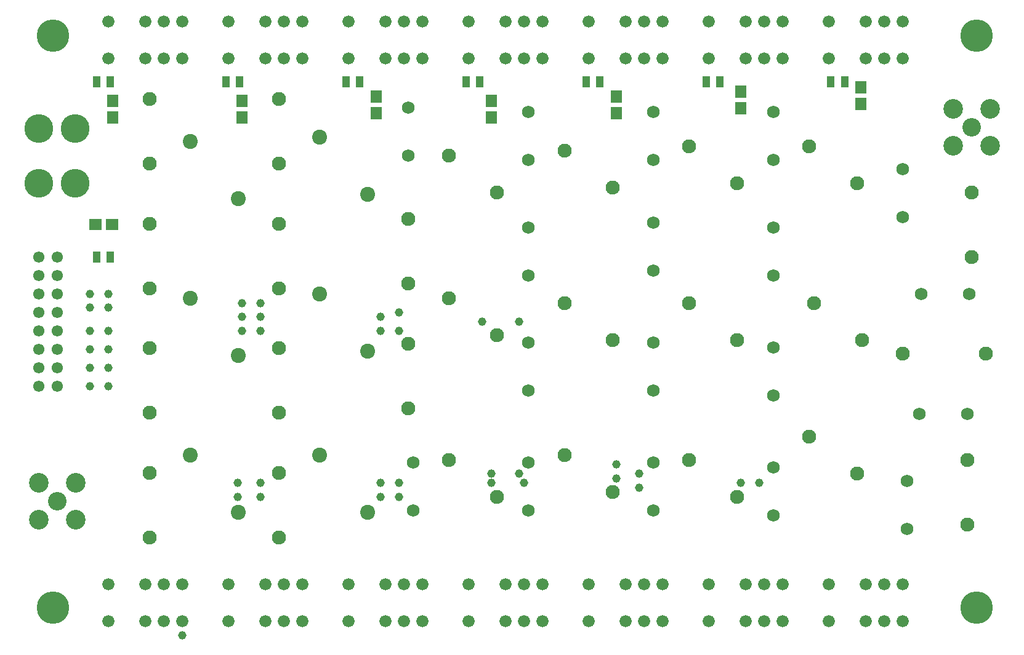
<source format=gbr>
G04 EasyPC Gerber Version 20.0.2 Build 4112 *
G04 #@! TF.Part,Single*
G04 #@! TF.FileFunction,Soldermask,Top *
%FSLAX35Y35*%
%MOIN*%
G04 #@! TA.AperFunction,SMDPad*
%ADD112R,0.04143X0.06112*%
%ADD101R,0.06100X0.06600*%
G04 #@! TA.AperFunction,WasherPad*
%ADD91C,0.04600*%
G04 #@! TA.AperFunction,ComponentPad*
%ADD100C,0.06100*%
G04 #@! TA.AperFunction,WasherPad*
%ADD92C,0.06600*%
G04 #@! TA.AperFunction,ComponentPad*
%ADD95C,0.06899*%
%ADD111C,0.07600*%
%ADD110C,0.08100*%
%ADD96C,0.10049*%
%ADD97C,0.10639*%
%ADD113C,0.15600*%
G04 #@! TA.AperFunction,SMDPad*
%ADD98R,0.06600X0.06100*%
G04 #@! TA.AperFunction,WasherPad*
%ADD90C,0.17600*%
X0Y0D02*
D02*
D90*
X21250Y20600D03*
Y330600D03*
X521250Y20600D03*
Y330600D03*
D02*
D91*
X41250Y140600D03*
Y150600D03*
Y160600D03*
Y170600D03*
Y183100D03*
Y190600D03*
X51250Y140600D03*
Y150600D03*
Y160600D03*
Y170600D03*
Y183100D03*
Y190600D03*
X91250Y5600D03*
X121250Y80600D03*
Y88100D03*
X123750Y170600D03*
Y178100D03*
Y185600D03*
X133750Y80600D03*
Y88100D03*
Y170600D03*
Y178100D03*
Y185600D03*
X198750Y80600D03*
Y88100D03*
Y170600D03*
Y178100D03*
X208750Y80600D03*
Y88100D03*
Y170600D03*
Y180600D03*
X253750Y175600D03*
X258750Y88100D03*
Y93100D03*
X273750D03*
Y175600D03*
X276250Y88100D03*
X326250Y90600D03*
Y98100D03*
X338750Y85600D03*
Y93100D03*
X393750Y88100D03*
X403750D03*
D02*
D92*
X51250Y13100D03*
Y33100D03*
Y318100D03*
Y338100D03*
X71250Y13100D03*
Y33100D03*
Y318100D03*
Y338100D03*
X81250Y13100D03*
Y33100D03*
Y318100D03*
Y338100D03*
X91250Y13100D03*
Y33100D03*
Y318100D03*
Y338100D03*
X116250Y13100D03*
Y33100D03*
Y318100D03*
Y338100D03*
X136250Y13100D03*
Y33100D03*
Y318100D03*
Y338100D03*
X146250Y13100D03*
Y33100D03*
Y318100D03*
Y338100D03*
X156250Y13100D03*
Y33100D03*
Y318100D03*
Y338100D03*
X181250Y13100D03*
Y33100D03*
Y318100D03*
Y338100D03*
X201250Y13100D03*
Y33100D03*
Y318100D03*
Y338100D03*
X211250Y13100D03*
Y33100D03*
Y318100D03*
Y338100D03*
X221250Y13100D03*
Y33100D03*
Y318100D03*
Y338100D03*
X246250Y13100D03*
Y33100D03*
Y318100D03*
Y338100D03*
X266250Y13100D03*
Y33100D03*
Y318100D03*
Y338100D03*
X276250Y13100D03*
Y33100D03*
Y318100D03*
Y338100D03*
X286250Y13100D03*
Y33100D03*
Y318100D03*
Y338100D03*
X311250Y13100D03*
Y33100D03*
Y318100D03*
Y338100D03*
X331250Y13100D03*
Y33100D03*
Y318100D03*
Y338100D03*
X341250Y13100D03*
Y33100D03*
Y318100D03*
Y338100D03*
X351250Y13100D03*
Y33100D03*
Y318100D03*
Y338100D03*
X376250Y13100D03*
Y33100D03*
Y318100D03*
Y338100D03*
X396250Y13100D03*
Y33100D03*
Y318100D03*
Y338100D03*
X406250Y13100D03*
Y33100D03*
Y318100D03*
Y338100D03*
X416250Y13100D03*
Y33100D03*
Y318100D03*
Y338100D03*
X441250Y13100D03*
Y33100D03*
Y318100D03*
Y338100D03*
X461250Y13100D03*
Y33100D03*
Y318100D03*
Y338100D03*
X471250Y13100D03*
Y33100D03*
Y318100D03*
Y338100D03*
X481250Y13100D03*
Y33100D03*
Y318100D03*
Y338100D03*
D02*
D95*
X213750Y265600D03*
Y291600D03*
X216250Y73100D03*
Y99100D03*
X278750Y73100D03*
Y99100D03*
Y138100D03*
Y164100D03*
Y200600D03*
Y226600D03*
Y263100D03*
Y289100D03*
X346250Y73100D03*
Y99100D03*
Y138100D03*
Y164100D03*
Y203100D03*
Y229100D03*
Y263100D03*
Y289100D03*
X411250Y70600D03*
Y96600D03*
Y135600D03*
Y161600D03*
Y200600D03*
Y226600D03*
Y263100D03*
Y289100D03*
X481250Y232100D03*
Y258100D03*
X483750Y63100D03*
Y89100D03*
X490250Y125600D03*
X491250Y190600D03*
X516250Y125600D03*
X517250Y190600D03*
D02*
D96*
X23750Y78198D03*
X518750Y280698D03*
D02*
D97*
X13750Y68198D03*
Y88198D03*
X33750Y68198D03*
Y88198D03*
X508750Y270698D03*
Y290698D03*
X528750Y270698D03*
Y290698D03*
D02*
D98*
X44250Y228100D03*
X53250D03*
D02*
D100*
X13750Y140600D03*
Y150600D03*
Y160600D03*
Y170600D03*
Y180600D03*
Y190600D03*
Y200600D03*
Y210600D03*
X23750Y140600D03*
Y150600D03*
Y160600D03*
Y170600D03*
Y180600D03*
Y190600D03*
Y200600D03*
Y210600D03*
D02*
D101*
X53750Y286100D03*
Y295100D03*
X123750Y286100D03*
Y295100D03*
X196250Y288600D03*
Y297600D03*
X258750Y286100D03*
Y295100D03*
X326250Y288600D03*
Y297600D03*
X393750Y291100D03*
Y300100D03*
X458750Y293600D03*
Y302600D03*
D02*
D110*
X95750Y103100D03*
Y188100D03*
Y273100D03*
X121750Y72100D03*
Y157100D03*
Y242100D03*
X165750Y103100D03*
Y190600D03*
Y275600D03*
X191750Y72100D03*
Y159600D03*
Y244600D03*
D02*
D111*
X73750Y58600D03*
Y93600D03*
Y126100D03*
Y161100D03*
Y193600D03*
Y228600D03*
Y261100D03*
Y296100D03*
X143750Y58600D03*
Y93600D03*
Y126100D03*
Y161100D03*
Y193600D03*
Y228600D03*
Y261100D03*
Y296100D03*
X213750Y128600D03*
Y163600D03*
Y196100D03*
Y231100D03*
X235750Y100600D03*
Y188100D03*
Y265600D03*
X261750Y80600D03*
Y168100D03*
Y245600D03*
X298250Y103100D03*
Y185600D03*
Y268100D03*
X324250Y83100D03*
Y165600D03*
Y248100D03*
X365750Y100600D03*
Y185600D03*
Y270600D03*
X391750Y80600D03*
Y165600D03*
Y250600D03*
X430750Y113100D03*
Y270600D03*
X433250Y185600D03*
X456750Y93100D03*
Y250600D03*
X459250Y165600D03*
X481250Y158100D03*
X516250Y65600D03*
Y100600D03*
X518750Y210600D03*
Y245600D03*
X526250Y158100D03*
D02*
D112*
X45010Y210600D03*
Y305600D03*
X52490Y210600D03*
Y305600D03*
X115010D03*
X122490D03*
X180010D03*
X187490D03*
X245010D03*
X252490D03*
X310010D03*
X317490D03*
X375010D03*
X382490D03*
X442510D03*
X449990D03*
D02*
D113*
X13750Y250600D03*
Y280100D03*
X33450Y250600D03*
Y280100D03*
X0Y0D02*
M02*

</source>
